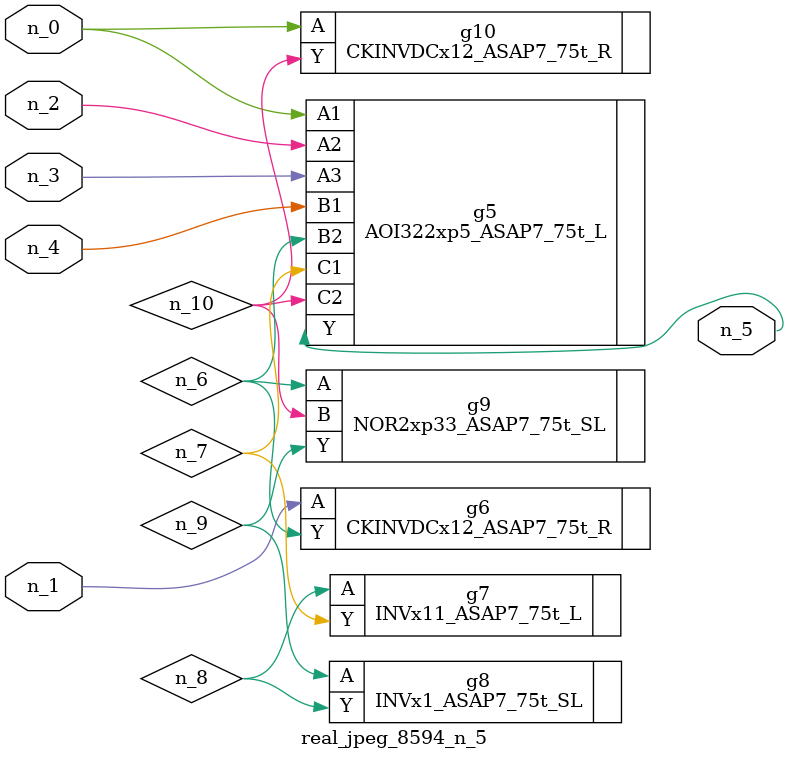
<source format=v>
module real_jpeg_8594_n_5 (n_4, n_0, n_1, n_2, n_3, n_5);

input n_4;
input n_0;
input n_1;
input n_2;
input n_3;

output n_5;

wire n_8;
wire n_6;
wire n_7;
wire n_10;
wire n_9;

AOI322xp5_ASAP7_75t_L g5 ( 
.A1(n_0),
.A2(n_2),
.A3(n_3),
.B1(n_4),
.B2(n_6),
.C1(n_7),
.C2(n_10),
.Y(n_5)
);

CKINVDCx12_ASAP7_75t_R g10 ( 
.A(n_0),
.Y(n_10)
);

CKINVDCx12_ASAP7_75t_R g6 ( 
.A(n_1),
.Y(n_6)
);

NOR2xp33_ASAP7_75t_SL g9 ( 
.A(n_6),
.B(n_10),
.Y(n_9)
);

INVx11_ASAP7_75t_L g7 ( 
.A(n_8),
.Y(n_7)
);

INVx1_ASAP7_75t_SL g8 ( 
.A(n_9),
.Y(n_8)
);


endmodule
</source>
